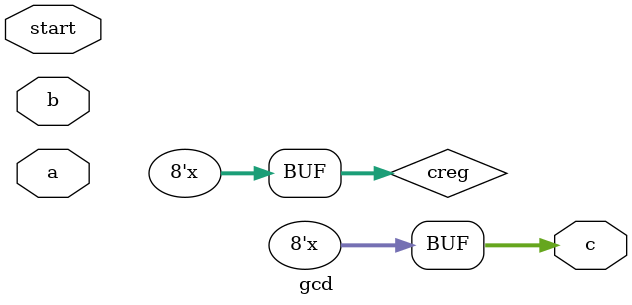
<source format=v>
`timescale 1ns / 1ps


module gcd(
		input [7:0] a,
		input [7:0] b,
		input start,
		output [7:0] c
    );
	
	wire [7:0] suba, subb;
	reg [7:0] areg, breg, creg;
	sub g1(areg, breg, suba); // a-b
	sub g2(breg, areg, subb); // b-a
	wire eqaz, checkb, comp;
	equalz g3(areg, eqaz); // a==0
	sgt g4(breg,8'b0,checkb); //b>0
	sgt g5(areg, breg, comp); //a>b
	
	always @(*) begin
	   if(start) begin
	        areg <= a;
            breg <= b;
	   end
	   else begin
			if(eqaz) creg <= breg;
			else begin
				if(checkb) begin
					if(comp) areg<= suba;
					else breg<=subb;
				end
				else creg <= areg;
			end
	   end
	end
	
	assign c = creg;

endmodule

</source>
